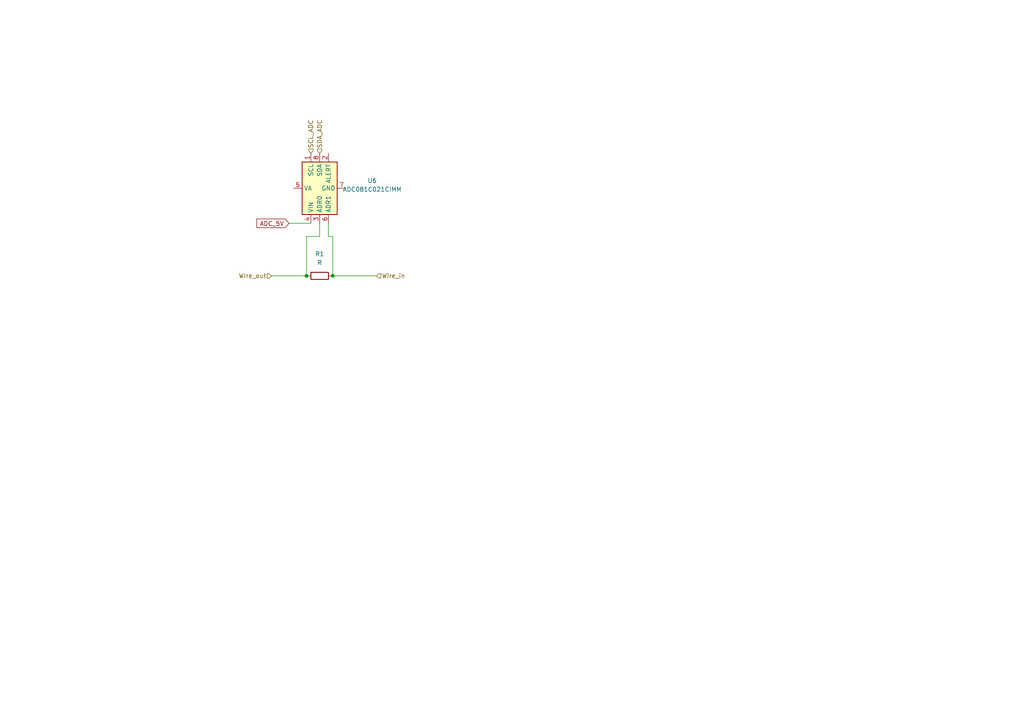
<source format=kicad_sch>
(kicad_sch (version 20230121) (generator eeschema)
  (paper "A4")
  (lib_symbols
    (symbol "Analog_ADC:ADC081C021CIMM"
      (property "Reference" "U" (at 3.81 11.43 0))
      (property "Value" "ADC081C021CIMM" (at 10.16 8.89 0))
      (symbol "ADC081C021CIMM_0_1"
        (rectangle (start -7.62 5.08) (end 7.62 -5.08) (stroke (width 0.254)) (fill (type background)))
      )
      (symbol "ADC081C021CIMM_1_1"
        (pin input line (at 10.16 2.54 180) (length 2.54) (name "SCL") (number "1"))
        (pin open_collector line (at 10.16 -2.54 180) (length 2.54) (name "ALERT") (number "2"))
        (pin input line (at -10.16 0 0) (length 2.54) (name "ADR0") (number "3"))
        (pin input line (at -10.16 2.54 0) (length 2.54) (name "VIN") (number "4"))
        (pin power_in line (at 0 7.62 270) (length 2.54) (name "VA") (number "5"))
        (pin input line (at -10.16 -2.54 0) (length 2.54) (name "ADR1") (number "6"))
        (pin power_in line (at 0 -7.62 90) (length 2.54) (name "GND") (number "7"))
        (pin bidirectional line (at 10.16 0 180) (length 2.54) (name "SDA") (number "8"))
      )
    )
    (symbol "Device:R" (pin_numbers hide) (pin_names (offset 0))
      (property "Reference" "R" (at 2.032 0 90))
      (property "Value" "R" (at 0 0 90))
      (symbol "R_0_1"
        (rectangle (start -1.016 -2.54) (end 1.016 2.54) (stroke (width 0.254)))
      )
      (symbol "R_1_1"
        (pin passive line (at 0 3.81 270) (length 1.27) (name "~") (number "1"))
        (pin passive line (at 0 -3.81 90) (length 1.27) (name "~") (number "2"))
      )
    )
  )
  (junction (at 96.52 80.01))
  (junction (at 88.9 80.01))
  (wire (pts (xy 96.52 68.58) (xy 96.52 80.01)))
  (wire (pts (xy 78.74 80.01) (xy 88.9 80.01)))
  (wire (pts (xy 92.71 68.58) (xy 92.71 64.77)))
  (wire (pts (xy 88.9 68.58) (xy 92.71 68.58)))
  (wire (pts (xy 96.52 80.01) (xy 109.22 80.01)))
  (wire (pts (xy 88.9 68.58) (xy 88.9 80.01)))
  (wire (pts (xy 83.82 64.77) (xy 90.17 64.77)))
  (wire (pts (xy 95.25 64.77) (xy 95.25 68.58)))
  (wire (pts (xy 96.52 68.58) (xy 95.25 68.58)))
  (global_label "ADC_5V" (shape input) (at 83.82 64.77 180) (property "Intersheetrefs" "${INTERSHEET_REFS}" (effects hide)))
  (hierarchical_label "SCL_ADC" (shape input) (at 90.17 44.45 90))
  (hierarchical_label "Wire_in" (shape input) (at 109.22 80.01 0))
  (hierarchical_label "SDA_ADC" (shape input) (at 92.71 44.45 90))
  (hierarchical_label "WIre_out" (shape input) (at 78.74 80.01 180))
  (symbol (lib_id "Device:R") (at 92.71 80.01 90) (unit 1)
    (property "Reference" "R1" (at 92.71 73.66 90))
    (property "Value" "R" (at 92.71 76.2 90))
  )
  (symbol (lib_id "Analog_ADC:ADC081C021CIMM") (at 92.71 54.61 90) (unit 1)
    (property "Reference" "U6" (at 107.95 52.3941 90))
    (property "Value" "ADC081C021CIMM" (at 107.95 54.9341 90))
    (property "Footprint" "Package_SO:MSOP-8_3x3mm_P0.65mm" (effects hide))
    (property "Datasheet" "http://www.ti.com/lit/ds/symlink/adc081c021.pdf" (effects hide))
  )
)
</source>
